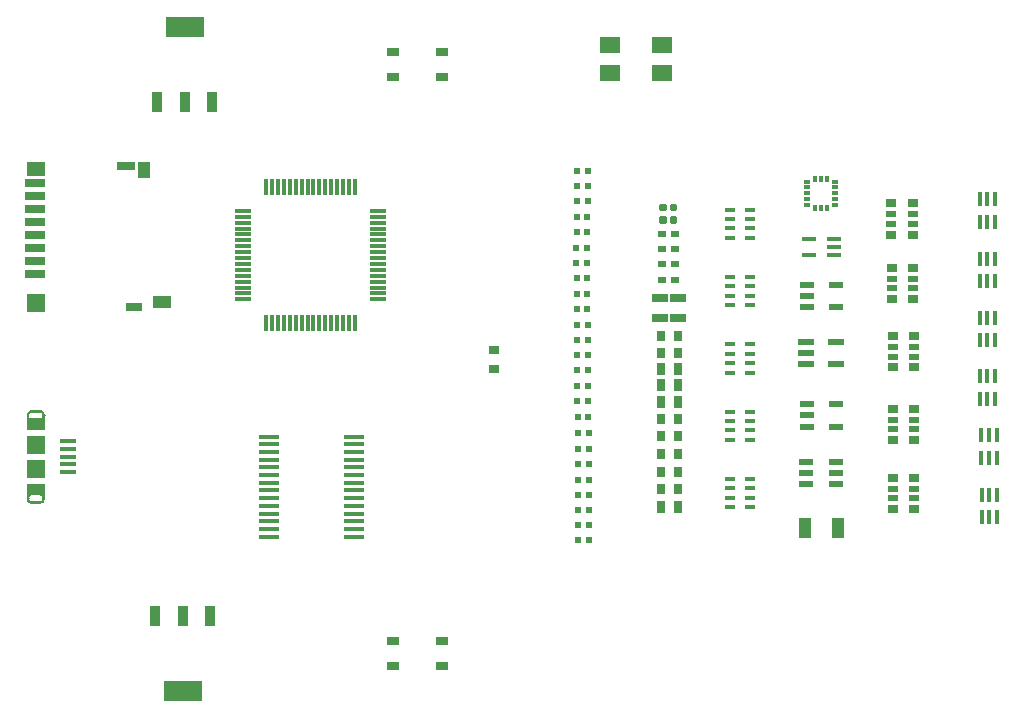
<source format=gbr>
G04 EAGLE Gerber RS-274X export*
G75*
%MOMM*%
%FSLAX34Y34*%
%LPD*%
%INSolderpaste Top*%
%IPPOS*%
%AMOC8*
5,1,8,0,0,1.08239X$1,22.5*%
G01*
%ADD10R,0.600000X0.300000*%
%ADD11R,0.300000X0.600000*%
%ADD12R,0.750000X0.940000*%
%ADD13R,0.600000X0.620000*%
%ADD14R,0.990000X1.780000*%
%ADD15R,0.780000X0.980000*%
%ADD16R,1.350000X0.700000*%
%ADD17R,1.200000X0.600000*%
%ADD18R,0.400000X1.200000*%
%ADD19R,1.475000X0.300000*%
%ADD20R,0.300000X1.475000*%
%ADD21R,1.250000X0.600000*%
%ADD22R,1.168400X0.355600*%
%ADD23R,0.950000X0.800000*%
%ADD24R,1.400000X0.600000*%
%ADD25R,0.950000X0.550000*%
%ADD26R,0.750000X0.600000*%
%ADD27R,1.050000X0.650000*%
%ADD28R,1.676400X0.431800*%
%ADD29R,1.800000X1.400000*%
%ADD30R,0.950000X1.750000*%
%ADD31R,3.200000X1.750000*%
%ADD32R,0.950000X0.400000*%
%ADD33C,0.317500*%
%ADD34R,1.750000X0.700000*%
%ADD35R,1.550000X1.000000*%
%ADD36R,1.000000X1.450000*%
%ADD37R,1.500000X1.500000*%
%ADD38R,1.500000X1.300000*%
%ADD39R,1.400000X0.800000*%
%ADD40R,1.500000X0.800000*%
%ADD41C,0.000100*%
%ADD42R,1.350000X0.400000*%
%ADD43R,1.550000X1.500000*%

G36*
X23388Y177420D02*
X23388Y177420D01*
X23388Y177419D01*
X24501Y177545D01*
X24502Y177545D01*
X25558Y177915D01*
X25559Y177915D01*
X26507Y178511D01*
X26508Y178512D01*
X27300Y179303D01*
X27300Y179304D01*
X27301Y179304D01*
X27896Y180252D01*
X27896Y180253D01*
X27897Y180253D01*
X28267Y181310D01*
X28266Y181311D01*
X28267Y181311D01*
X28267Y181314D01*
X28268Y181318D01*
X28268Y181323D01*
X28269Y181328D01*
X28270Y181342D01*
X28271Y181347D01*
X28271Y181352D01*
X28272Y181356D01*
X28273Y181361D01*
X28273Y181366D01*
X28275Y181380D01*
X28275Y181385D01*
X28276Y181390D01*
X28276Y181394D01*
X28277Y181399D01*
X28277Y181404D01*
X28279Y181418D01*
X28279Y181423D01*
X28280Y181423D01*
X28279Y181423D01*
X28280Y181428D01*
X28281Y181432D01*
X28281Y181437D01*
X28282Y181442D01*
X28283Y181456D01*
X28284Y181461D01*
X28284Y181466D01*
X28285Y181470D01*
X28285Y181475D01*
X28287Y181489D01*
X28288Y181494D01*
X28288Y181499D01*
X28289Y181504D01*
X28289Y181508D01*
X28290Y181513D01*
X28291Y181527D01*
X28292Y181532D01*
X28292Y181537D01*
X28293Y181542D01*
X28293Y181546D01*
X28294Y181551D01*
X28296Y181565D01*
X28296Y181570D01*
X28297Y181575D01*
X28297Y181580D01*
X28298Y181584D01*
X28298Y181589D01*
X28300Y181603D01*
X28300Y181608D01*
X28301Y181613D01*
X28301Y181618D01*
X28302Y181622D01*
X28304Y181641D01*
X28305Y181646D01*
X28305Y181651D01*
X28306Y181656D01*
X28306Y181660D01*
X28308Y181675D01*
X28308Y181679D01*
X28309Y181684D01*
X28309Y181689D01*
X28310Y181694D01*
X28311Y181698D01*
X28312Y181713D01*
X28313Y181717D01*
X28313Y181722D01*
X28314Y181727D01*
X28314Y181732D01*
X28315Y181736D01*
X28316Y181751D01*
X28317Y181755D01*
X28317Y181760D01*
X28318Y181760D01*
X28317Y181760D01*
X28318Y181765D01*
X28319Y181770D01*
X28319Y181774D01*
X28321Y181789D01*
X28321Y181793D01*
X28322Y181798D01*
X28322Y181803D01*
X28323Y181808D01*
X28325Y181827D01*
X28326Y181831D01*
X28326Y181836D01*
X28327Y181841D01*
X28327Y181846D01*
X28329Y181860D01*
X28329Y181865D01*
X28330Y181869D01*
X28330Y181874D01*
X28331Y181879D01*
X28331Y181884D01*
X28333Y181898D01*
X28334Y181903D01*
X28334Y181907D01*
X28335Y181912D01*
X28335Y181917D01*
X28336Y181922D01*
X28337Y181936D01*
X28338Y181941D01*
X28338Y181945D01*
X28339Y181950D01*
X28339Y181955D01*
X28340Y181960D01*
X28342Y181974D01*
X28342Y181979D01*
X28343Y181983D01*
X28343Y181988D01*
X28344Y181993D01*
X28345Y182007D01*
X28346Y182012D01*
X28346Y182017D01*
X28347Y182021D01*
X28347Y182026D01*
X28348Y182031D01*
X28350Y182045D01*
X28350Y182050D01*
X28351Y182055D01*
X28351Y182059D01*
X28352Y182064D01*
X28352Y182069D01*
X28354Y182083D01*
X28354Y182088D01*
X28355Y182093D01*
X28355Y182097D01*
X28356Y182097D01*
X28355Y182097D01*
X28356Y182102D01*
X28357Y182107D01*
X28358Y182121D01*
X28359Y182126D01*
X28359Y182131D01*
X28360Y182135D01*
X28360Y182140D01*
X28362Y182159D01*
X28363Y182164D01*
X28364Y182169D01*
X28364Y182173D01*
X28365Y182178D01*
X28366Y182192D01*
X28367Y182197D01*
X28367Y182202D01*
X28368Y182207D01*
X28368Y182211D01*
X28369Y182216D01*
X28370Y182230D01*
X28371Y182230D01*
X28370Y182230D01*
X28371Y182235D01*
X28372Y182240D01*
X28372Y182245D01*
X28373Y182249D01*
X28373Y182254D01*
X28375Y182268D01*
X28375Y182273D01*
X28376Y182278D01*
X28376Y182283D01*
X28377Y182287D01*
X28377Y182292D01*
X28379Y182306D01*
X28380Y182311D01*
X28380Y182316D01*
X28381Y182321D01*
X28381Y182325D01*
X28383Y182344D01*
X28384Y182349D01*
X28384Y182354D01*
X28385Y182359D01*
X28385Y182363D01*
X28387Y182378D01*
X28388Y182382D01*
X28388Y182387D01*
X28389Y182392D01*
X28389Y182397D01*
X28390Y182401D01*
X28391Y182416D01*
X28392Y182420D01*
X28392Y182423D01*
X28392Y182424D01*
X28392Y194424D01*
X28388Y194429D01*
X28388Y194428D01*
X28388Y194429D01*
X12888Y194429D01*
X12883Y194425D01*
X12883Y194424D01*
X12883Y182424D01*
X12883Y182423D01*
X13008Y181311D01*
X13009Y181310D01*
X13008Y181310D01*
X13378Y180253D01*
X13379Y180253D01*
X13379Y180252D01*
X13974Y179304D01*
X13975Y179304D01*
X13975Y179303D01*
X14767Y178512D01*
X14767Y178511D01*
X14768Y178511D01*
X15716Y177915D01*
X15717Y177915D01*
X16773Y177545D01*
X16774Y177545D01*
X17887Y177419D01*
X17887Y177420D01*
X17888Y177419D01*
X23388Y177419D01*
X23388Y177420D01*
G37*
G36*
X28392Y240423D02*
X28392Y240423D01*
X28392Y240424D01*
X28392Y252424D01*
X28392Y252425D01*
X28267Y253537D01*
X28266Y253538D01*
X28267Y253538D01*
X27897Y254595D01*
X27896Y254595D01*
X27896Y254596D01*
X27301Y255544D01*
X27300Y255544D01*
X27300Y255545D01*
X26508Y256337D01*
X26507Y256337D01*
X25559Y256933D01*
X25558Y256933D01*
X24502Y257303D01*
X24501Y257303D01*
X23388Y257429D01*
X17888Y257429D01*
X17887Y257429D01*
X16774Y257303D01*
X16773Y257303D01*
X15717Y256933D01*
X15716Y256933D01*
X14768Y256337D01*
X14767Y256336D01*
X14767Y256337D01*
X13975Y255545D01*
X13975Y255544D01*
X13974Y255544D01*
X13379Y254596D01*
X13379Y254595D01*
X13378Y254595D01*
X13008Y253538D01*
X13009Y253538D01*
X13008Y253537D01*
X13008Y253531D01*
X13007Y253531D01*
X13008Y253531D01*
X13007Y253527D01*
X13006Y253522D01*
X13006Y253517D01*
X13005Y253512D01*
X13005Y253508D01*
X13003Y253493D01*
X13003Y253489D01*
X13002Y253484D01*
X13002Y253479D01*
X13001Y253474D01*
X12999Y253455D01*
X12998Y253451D01*
X12998Y253446D01*
X12997Y253441D01*
X12997Y253436D01*
X12995Y253422D01*
X12995Y253417D01*
X12994Y253413D01*
X12994Y253408D01*
X12993Y253403D01*
X12993Y253398D01*
X12991Y253384D01*
X12990Y253379D01*
X12990Y253375D01*
X12989Y253370D01*
X12989Y253365D01*
X12988Y253360D01*
X12987Y253346D01*
X12986Y253341D01*
X12986Y253337D01*
X12985Y253332D01*
X12985Y253327D01*
X12984Y253327D01*
X12985Y253327D01*
X12984Y253322D01*
X12982Y253308D01*
X12982Y253303D01*
X12981Y253299D01*
X12981Y253294D01*
X12980Y253289D01*
X12979Y253275D01*
X12978Y253270D01*
X12978Y253265D01*
X12977Y253261D01*
X12976Y253256D01*
X12976Y253251D01*
X12974Y253237D01*
X12974Y253232D01*
X12973Y253227D01*
X12973Y253223D01*
X12972Y253218D01*
X12972Y253213D01*
X12970Y253199D01*
X12970Y253194D01*
X12969Y253194D01*
X12970Y253194D01*
X12969Y253189D01*
X12968Y253185D01*
X12968Y253180D01*
X12967Y253175D01*
X12966Y253161D01*
X12965Y253156D01*
X12965Y253151D01*
X12964Y253147D01*
X12964Y253142D01*
X12961Y253123D01*
X12961Y253118D01*
X12960Y253113D01*
X12960Y253109D01*
X12959Y253104D01*
X12958Y253090D01*
X12957Y253085D01*
X12957Y253080D01*
X12956Y253075D01*
X12956Y253071D01*
X12955Y253066D01*
X12953Y253052D01*
X12953Y253047D01*
X12952Y253042D01*
X12952Y253037D01*
X12951Y253033D01*
X12951Y253028D01*
X12949Y253014D01*
X12949Y253009D01*
X12948Y253004D01*
X12948Y252999D01*
X12947Y252995D01*
X12947Y252990D01*
X12946Y252990D01*
X12945Y252976D01*
X12944Y252971D01*
X12944Y252966D01*
X12943Y252961D01*
X12943Y252957D01*
X12941Y252938D01*
X12940Y252933D01*
X12940Y252928D01*
X12939Y252923D01*
X12938Y252919D01*
X12937Y252904D01*
X12936Y252900D01*
X12936Y252895D01*
X12935Y252890D01*
X12935Y252885D01*
X12934Y252881D01*
X12933Y252866D01*
X12932Y252862D01*
X12932Y252857D01*
X12931Y252857D01*
X12932Y252857D01*
X12931Y252852D01*
X12930Y252847D01*
X12930Y252843D01*
X12928Y252828D01*
X12928Y252824D01*
X12927Y252819D01*
X12927Y252814D01*
X12926Y252809D01*
X12926Y252805D01*
X12924Y252790D01*
X12923Y252786D01*
X12923Y252781D01*
X12922Y252776D01*
X12922Y252771D01*
X12920Y252757D01*
X12920Y252752D01*
X12919Y252748D01*
X12919Y252743D01*
X12918Y252738D01*
X12918Y252733D01*
X12916Y252719D01*
X12915Y252714D01*
X12915Y252710D01*
X12914Y252705D01*
X12914Y252700D01*
X12913Y252695D01*
X12912Y252681D01*
X12911Y252676D01*
X12911Y252672D01*
X12910Y252667D01*
X12910Y252662D01*
X12909Y252657D01*
X12907Y252643D01*
X12907Y252638D01*
X12906Y252634D01*
X12906Y252629D01*
X12905Y252624D01*
X12903Y252605D01*
X12903Y252600D01*
X12902Y252596D01*
X12902Y252591D01*
X12901Y252586D01*
X12899Y252572D01*
X12899Y252567D01*
X12898Y252562D01*
X12898Y252558D01*
X12897Y252553D01*
X12897Y252548D01*
X12895Y252534D01*
X12895Y252529D01*
X12894Y252524D01*
X12894Y252520D01*
X12893Y252520D01*
X12894Y252520D01*
X12893Y252515D01*
X12892Y252510D01*
X12891Y252496D01*
X12890Y252491D01*
X12890Y252486D01*
X12889Y252482D01*
X12889Y252477D01*
X12888Y252472D01*
X12887Y252458D01*
X12886Y252453D01*
X12885Y252448D01*
X12885Y252444D01*
X12884Y252439D01*
X12883Y252425D01*
X12883Y252424D01*
X12883Y240424D01*
X12887Y240419D01*
X12887Y240420D01*
X12888Y240419D01*
X28388Y240419D01*
X28392Y240423D01*
G37*
%LPC*%
G36*
X17388Y249929D02*
X17388Y249929D01*
X16742Y250014D01*
X16140Y250263D01*
X15623Y250660D01*
X15227Y251177D01*
X14977Y251778D01*
X14892Y252424D01*
X14893Y252428D01*
X14893Y252433D01*
X14894Y252433D01*
X14893Y252433D01*
X14894Y252438D01*
X14895Y252442D01*
X14895Y252447D01*
X14896Y252452D01*
X14897Y252457D01*
X14897Y252461D01*
X14898Y252466D01*
X14898Y252471D01*
X14899Y252471D01*
X14898Y252471D01*
X14899Y252476D01*
X14900Y252480D01*
X14900Y252485D01*
X14901Y252490D01*
X14902Y252495D01*
X14902Y252499D01*
X14903Y252504D01*
X14903Y252509D01*
X14904Y252509D01*
X14903Y252509D01*
X14904Y252514D01*
X14905Y252518D01*
X14905Y252523D01*
X14906Y252528D01*
X14907Y252533D01*
X14907Y252537D01*
X14908Y252542D01*
X14908Y252547D01*
X14909Y252547D01*
X14908Y252547D01*
X14909Y252552D01*
X14910Y252556D01*
X14910Y252561D01*
X14911Y252566D01*
X14912Y252571D01*
X14912Y252575D01*
X14949Y252851D01*
X14949Y252856D01*
X14950Y252860D01*
X14950Y252865D01*
X14951Y252870D01*
X14952Y252875D01*
X14952Y252879D01*
X14953Y252884D01*
X14954Y252889D01*
X14954Y252894D01*
X14955Y252898D01*
X14955Y252903D01*
X14956Y252908D01*
X14957Y252913D01*
X14957Y252917D01*
X14958Y252922D01*
X14959Y252927D01*
X14959Y252932D01*
X14960Y252936D01*
X14960Y252941D01*
X14961Y252946D01*
X14962Y252951D01*
X14962Y252955D01*
X14963Y252960D01*
X14964Y252965D01*
X14964Y252970D01*
X14965Y252974D01*
X14965Y252979D01*
X14966Y252984D01*
X14967Y252989D01*
X14967Y252993D01*
X14968Y252998D01*
X14969Y253003D01*
X14977Y253070D01*
X15227Y253672D01*
X15623Y254188D01*
X16140Y254585D01*
X16742Y254834D01*
X17388Y254919D01*
X23887Y254919D01*
X24533Y254834D01*
X25135Y254585D01*
X25652Y254188D01*
X26048Y253672D01*
X26298Y253070D01*
X26383Y252424D01*
X26298Y251778D01*
X26048Y251177D01*
X25652Y250660D01*
X25135Y250263D01*
X24533Y250014D01*
X23887Y249929D01*
X17388Y249929D01*
G37*
%LPD*%
%LPC*%
G36*
X17388Y179929D02*
X17388Y179929D01*
X16742Y180014D01*
X16140Y180263D01*
X15623Y180660D01*
X15227Y181177D01*
X14977Y181778D01*
X14892Y182424D01*
X14977Y183070D01*
X15227Y183672D01*
X15623Y184188D01*
X16140Y184585D01*
X16742Y184834D01*
X17388Y184919D01*
X23887Y184919D01*
X24533Y184834D01*
X25135Y184585D01*
X25652Y184188D01*
X26048Y183672D01*
X26298Y183070D01*
X26383Y182424D01*
X26362Y182265D01*
X26361Y182260D01*
X26361Y182255D01*
X26360Y182255D01*
X26361Y182255D01*
X26360Y182251D01*
X26359Y182246D01*
X26359Y182241D01*
X26358Y182236D01*
X26357Y182232D01*
X26357Y182227D01*
X26356Y182222D01*
X26356Y182217D01*
X26355Y182217D01*
X26356Y182217D01*
X26355Y182213D01*
X26354Y182208D01*
X26354Y182203D01*
X26353Y182198D01*
X26352Y182194D01*
X26352Y182189D01*
X26351Y182184D01*
X26351Y182179D01*
X26350Y182179D01*
X26351Y182179D01*
X26350Y182175D01*
X26349Y182170D01*
X26349Y182165D01*
X26348Y182160D01*
X26347Y182156D01*
X26347Y182151D01*
X26346Y182146D01*
X26346Y182141D01*
X26345Y182141D01*
X26345Y182137D01*
X26344Y182132D01*
X26344Y182127D01*
X26343Y182122D01*
X26342Y182118D01*
X26342Y182113D01*
X26306Y181842D01*
X26305Y181837D01*
X26305Y181833D01*
X26304Y181828D01*
X26304Y181823D01*
X26303Y181818D01*
X26302Y181814D01*
X26302Y181809D01*
X26301Y181804D01*
X26300Y181799D01*
X26300Y181795D01*
X26299Y181790D01*
X26299Y181785D01*
X26298Y181780D01*
X26298Y181778D01*
X26048Y181177D01*
X25652Y180660D01*
X25135Y180263D01*
X24533Y180014D01*
X23887Y179929D01*
X17388Y179929D01*
G37*
%LPD*%
D10*
X673773Y450479D03*
X673773Y445479D03*
X673773Y440479D03*
X673773Y435479D03*
X673773Y430479D03*
D11*
X680773Y428479D03*
X685773Y428479D03*
X690773Y428479D03*
D10*
X697773Y430479D03*
X697773Y435479D03*
X697773Y440479D03*
X697773Y445479D03*
X697773Y450479D03*
D11*
X690773Y452479D03*
X685773Y452479D03*
X680773Y452479D03*
D12*
X550264Y219680D03*
X564264Y219680D03*
D13*
X478604Y368895D03*
X487804Y368895D03*
X478720Y446448D03*
X487920Y446448D03*
X478539Y420487D03*
X487739Y420487D03*
X478852Y316056D03*
X488052Y316056D03*
X488720Y237240D03*
X479520Y237240D03*
X488703Y224178D03*
X479503Y224178D03*
D12*
X550236Y249337D03*
X564236Y249337D03*
D13*
X478747Y459306D03*
X487947Y459306D03*
X487796Y342206D03*
X478596Y342206D03*
D12*
X550069Y305515D03*
X564069Y305515D03*
D13*
X487942Y329193D03*
X478742Y329193D03*
D14*
X672331Y157265D03*
X700331Y157265D03*
D13*
X487849Y407641D03*
X478649Y407641D03*
X487712Y381783D03*
X478512Y381783D03*
D12*
X550185Y189782D03*
X564185Y189782D03*
D13*
X478657Y433672D03*
X487857Y433672D03*
D12*
X564056Y319697D03*
X550056Y319697D03*
D15*
X564140Y277949D03*
X550140Y277949D03*
X564140Y291949D03*
X550140Y291949D03*
D16*
X564310Y335364D03*
X549310Y335364D03*
D13*
X478536Y394570D03*
X487736Y394570D03*
D15*
X564244Y175273D03*
X550244Y175273D03*
X564140Y263849D03*
X550140Y263849D03*
D16*
X564110Y351864D03*
X549110Y351864D03*
D13*
X479170Y264327D03*
X488370Y264327D03*
D12*
X564213Y234909D03*
X550213Y234909D03*
D13*
X488071Y290563D03*
X478871Y290563D03*
X478868Y277413D03*
X488068Y277413D03*
D12*
X564390Y204477D03*
X550390Y204477D03*
D17*
X697831Y194265D03*
X697831Y203765D03*
X697831Y213265D03*
X672831Y213265D03*
X672831Y203765D03*
X672831Y194265D03*
D18*
X834447Y185148D03*
X827947Y185148D03*
X821447Y185148D03*
X821447Y166148D03*
X827947Y166148D03*
X834447Y166148D03*
D19*
X310665Y350724D03*
X310665Y355724D03*
X310665Y360724D03*
X310665Y365724D03*
X310665Y370724D03*
X310665Y375724D03*
X310665Y380724D03*
X310665Y385724D03*
X310665Y390724D03*
X310665Y395724D03*
X310665Y400724D03*
X310665Y405724D03*
X310665Y410724D03*
X310665Y415724D03*
X310665Y420724D03*
X310665Y425724D03*
D20*
X290785Y445604D03*
X285785Y445604D03*
X280785Y445604D03*
X275785Y445604D03*
X270785Y445604D03*
X265785Y445604D03*
X260785Y445604D03*
X255785Y445604D03*
X250785Y445604D03*
X245785Y445604D03*
X240785Y445604D03*
X235785Y445604D03*
X230785Y445604D03*
X225785Y445604D03*
X220785Y445604D03*
X215785Y445604D03*
D19*
X195905Y425724D03*
X195905Y420724D03*
X195905Y415724D03*
X195905Y410724D03*
X195905Y405724D03*
X195905Y400724D03*
X195905Y395724D03*
X195905Y390724D03*
X195905Y385724D03*
X195905Y380724D03*
X195905Y375724D03*
X195905Y370724D03*
X195905Y365724D03*
X195905Y360724D03*
X195905Y355724D03*
X195905Y350724D03*
D20*
X215785Y330844D03*
X220785Y330844D03*
X225785Y330844D03*
X230785Y330844D03*
X235785Y330844D03*
X240785Y330844D03*
X245785Y330844D03*
X250785Y330844D03*
X255785Y330844D03*
X260785Y330844D03*
X265785Y330844D03*
X270785Y330844D03*
X275785Y330844D03*
X280785Y330844D03*
X285785Y330844D03*
X290785Y330844D03*
D17*
X673531Y363065D03*
X673531Y353565D03*
X673531Y344065D03*
X698531Y344065D03*
X698531Y363065D03*
D21*
X673431Y262065D03*
X673431Y252565D03*
X673431Y243065D03*
X698431Y243065D03*
X698431Y262065D03*
D18*
X832761Y335148D03*
X826261Y335148D03*
X819761Y335148D03*
X819761Y316148D03*
X826261Y316148D03*
X832761Y316148D03*
X832761Y385248D03*
X826261Y385248D03*
X819761Y385248D03*
X819761Y366248D03*
X826261Y366248D03*
X832761Y366248D03*
X832761Y435348D03*
X826261Y435348D03*
X819761Y435348D03*
X819761Y416348D03*
X826261Y416348D03*
X832761Y416348D03*
D22*
X696465Y388622D03*
X696465Y395226D03*
X696465Y401830D03*
X675637Y401830D03*
X675637Y388622D03*
D18*
X832761Y285448D03*
X826261Y285448D03*
X819761Y285448D03*
X819761Y266448D03*
X826261Y266448D03*
X832761Y266448D03*
X834413Y235736D03*
X827913Y235736D03*
X821413Y235736D03*
X821413Y216736D03*
X827913Y216736D03*
X834413Y216736D03*
D23*
X408759Y292000D03*
X408759Y308000D03*
D24*
X673031Y314765D03*
X673031Y305265D03*
X673031Y295765D03*
X698031Y295765D03*
X698031Y314765D03*
D23*
X764257Y173185D03*
D25*
X764257Y182435D03*
X764257Y190435D03*
D23*
X764257Y199685D03*
X746257Y199685D03*
D25*
X746257Y190435D03*
X746257Y182435D03*
D23*
X746257Y173185D03*
X764420Y231692D03*
D25*
X764420Y240942D03*
X764420Y248942D03*
D23*
X764420Y258192D03*
X746420Y258192D03*
D25*
X746420Y248942D03*
X746420Y240942D03*
D23*
X746420Y231692D03*
X764211Y293094D03*
D25*
X764211Y302344D03*
X764211Y310344D03*
D23*
X764211Y319594D03*
X746211Y319594D03*
D25*
X746211Y310344D03*
X746211Y302344D03*
D23*
X746211Y293094D03*
X763684Y351073D03*
D25*
X763684Y360323D03*
X763684Y368323D03*
D23*
X763684Y377573D03*
X745684Y377573D03*
D25*
X745684Y368323D03*
X745684Y360323D03*
D23*
X745684Y351073D03*
X763211Y405553D03*
D25*
X763211Y414803D03*
X763211Y422803D03*
D23*
X763211Y432053D03*
X745211Y432053D03*
D25*
X745211Y422803D03*
X745211Y414803D03*
D23*
X745211Y405553D03*
D26*
X550783Y367403D03*
X561783Y367403D03*
X561737Y393211D03*
X550737Y393211D03*
X561712Y380337D03*
X550712Y380337D03*
X561685Y405971D03*
X550685Y405971D03*
D27*
X322971Y61592D03*
X364471Y61592D03*
X322971Y40092D03*
X364471Y40092D03*
X323061Y560489D03*
X364561Y560489D03*
X323061Y538989D03*
X364561Y538989D03*
D28*
X290554Y149923D03*
X290554Y156423D03*
X290554Y162923D03*
X290554Y169423D03*
X290554Y175923D03*
X290554Y182423D03*
X290554Y188923D03*
X290554Y195423D03*
X290554Y201923D03*
X290554Y208423D03*
X290554Y214923D03*
X290554Y221423D03*
X290554Y227923D03*
X290554Y234423D03*
X218207Y234423D03*
X218207Y227923D03*
X218207Y221423D03*
X218207Y214923D03*
X218207Y208423D03*
X218207Y201923D03*
X218207Y195423D03*
X218207Y188923D03*
X218207Y182423D03*
X218207Y175923D03*
X218207Y169423D03*
X218207Y162923D03*
X218207Y156423D03*
X218207Y149923D03*
D29*
X550981Y566232D03*
X506981Y566232D03*
X506981Y542232D03*
X550981Y542232D03*
D30*
X168071Y82516D03*
X145071Y82516D03*
X122071Y82516D03*
D31*
X145071Y19516D03*
D30*
X123697Y517996D03*
X146697Y517996D03*
X169697Y517996D03*
D31*
X146697Y580996D03*
D13*
X488839Y185358D03*
X479639Y185358D03*
X488649Y250740D03*
X479449Y250740D03*
X478906Y303205D03*
X488106Y303205D03*
X488903Y172295D03*
X479703Y172295D03*
X479703Y159319D03*
X488903Y159319D03*
X479766Y146588D03*
X488966Y146588D03*
X488903Y198207D03*
X479703Y198207D03*
X488712Y211120D03*
X479512Y211120D03*
X487760Y355671D03*
X478560Y355671D03*
D32*
X608690Y255748D03*
X608690Y247748D03*
X608690Y239748D03*
X608690Y231748D03*
X625690Y231748D03*
X625690Y239748D03*
X625690Y247748D03*
X625690Y255748D03*
X625690Y174748D03*
X625690Y182748D03*
X625690Y190748D03*
X625690Y198748D03*
X608690Y198748D03*
X608690Y190748D03*
X608690Y182748D03*
X608690Y174748D03*
X608690Y312748D03*
X608690Y304748D03*
X608690Y296748D03*
X608690Y288748D03*
X625690Y288748D03*
X625690Y296748D03*
X625690Y304748D03*
X625690Y312748D03*
X608690Y369748D03*
X608690Y361748D03*
X608690Y353748D03*
X608690Y345748D03*
X625690Y345748D03*
X625690Y353748D03*
X625690Y361748D03*
X625690Y369748D03*
X608690Y426748D03*
X608690Y418748D03*
X608690Y410748D03*
X608690Y402748D03*
X625690Y402748D03*
X625690Y410748D03*
X625690Y418748D03*
X625690Y426748D03*
D33*
X562357Y430150D02*
X559181Y430150D01*
X562357Y430150D02*
X562357Y426974D01*
X559181Y426974D01*
X559181Y430150D01*
X559181Y429990D02*
X562357Y429990D01*
X553467Y430150D02*
X550291Y430150D01*
X553467Y430150D02*
X553467Y426974D01*
X550291Y426974D01*
X550291Y430150D01*
X550291Y429990D02*
X553467Y429990D01*
X553340Y416560D02*
X550164Y416560D01*
X550164Y419736D01*
X553340Y419736D01*
X553340Y416560D01*
X553340Y419576D02*
X550164Y419576D01*
X559054Y416560D02*
X562230Y416560D01*
X559054Y416560D02*
X559054Y419736D01*
X562230Y419736D01*
X562230Y416560D01*
X562230Y419576D02*
X559054Y419576D01*
D34*
X19825Y371924D03*
X19825Y382924D03*
X19825Y393924D03*
X19825Y404924D03*
X19825Y415924D03*
X19825Y426924D03*
X19825Y437924D03*
X19825Y448924D03*
D35*
X127825Y348174D03*
D36*
X112075Y460174D03*
D37*
X21075Y347424D03*
D38*
X21075Y460924D03*
D39*
X103575Y344174D03*
D40*
X97075Y463424D03*
D41*
X28338Y252424D02*
X26638Y252424D01*
X14638Y182424D02*
X12938Y182424D01*
D42*
X47638Y230424D03*
X47638Y223924D03*
X47638Y217424D03*
X47638Y210924D03*
X47638Y204424D03*
D43*
X20638Y227424D03*
X20638Y207424D03*
M02*

</source>
